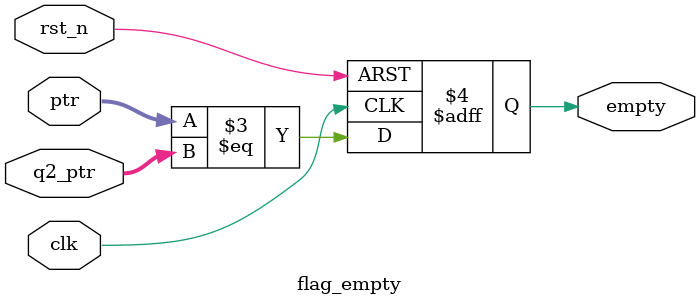
<source format=v>
`timescale 1ns / 1ps


module flag_empty #(parameter addrsize = 8)(
    empty,
    clk,
    rst_n,
    ptr,
    q2_ptr
    );
    
    output reg empty;
    input clk;
    input rst_n;
    input [addrsize:0]ptr;
    input [addrsize:0]q2_ptr;
    
    always@(posedge clk or negedge rst_n)
    begin
        if(!rst_n)
        begin
            empty <= 1'b1;
        end
        
        else
        begin
            empty <= (ptr == q2_ptr);
        end
    end
endmodule

</source>
